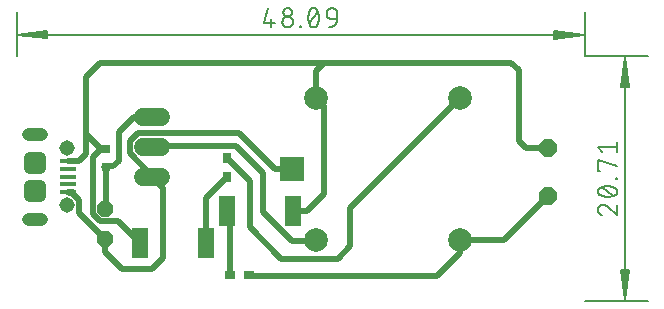
<source format=gbr>
G04 EAGLE Gerber RS-274X export*
G75*
%MOMM*%
%FSLAX34Y34*%
%LPD*%
%INTop Copper*%
%IPPOS*%
%AMOC8*
5,1,8,0,0,1.08239X$1,22.5*%
G01*
%ADD10C,0.130000*%
%ADD11C,0.152400*%
%ADD12P,1.649562X8X22.500000*%
%ADD13C,0.950000*%
%ADD14R,1.350000X0.400000*%
%ADD15C,1.066800*%
%ADD16C,1.308000*%
%ADD17P,1.429621X8X292.500000*%
%ADD18R,2.000000X2.000000*%
%ADD19C,2.000000*%
%ADD20C,1.524000*%
%ADD21R,0.900000X0.800000*%
%ADD22R,0.800000X0.900000*%
%ADD23R,0.800000X0.800000*%
%ADD24R,1.326100X2.650000*%
%ADD25C,0.508000*%


D10*
X520850Y476890D02*
X520866Y514421D01*
X39986Y514621D02*
X39970Y477090D01*
X40628Y495120D02*
X520208Y494921D01*
X494859Y498124D01*
X494856Y491739D01*
X520208Y494921D01*
X494858Y496231D01*
X494857Y493631D02*
X520208Y494921D01*
X494859Y497531D01*
X494856Y492331D02*
X520208Y494921D01*
X65979Y498302D02*
X40628Y495120D01*
X65979Y498302D02*
X65976Y491917D01*
X40628Y495120D01*
X65978Y496410D01*
X65977Y493810D02*
X40628Y495120D01*
X65979Y497710D01*
X65976Y492510D02*
X40628Y495120D01*
D11*
X249361Y505153D02*
X252974Y517797D01*
X249361Y505153D02*
X258392Y505153D01*
X255683Y508766D02*
X255683Y501541D01*
X264992Y506056D02*
X264994Y506189D01*
X265000Y506321D01*
X265010Y506453D01*
X265023Y506585D01*
X265041Y506717D01*
X265062Y506847D01*
X265087Y506978D01*
X265116Y507107D01*
X265149Y507235D01*
X265185Y507363D01*
X265225Y507489D01*
X265269Y507614D01*
X265317Y507738D01*
X265368Y507860D01*
X265423Y507981D01*
X265481Y508100D01*
X265543Y508218D01*
X265608Y508333D01*
X265677Y508447D01*
X265748Y508558D01*
X265824Y508667D01*
X265902Y508774D01*
X265983Y508879D01*
X266068Y508981D01*
X266155Y509081D01*
X266245Y509178D01*
X266338Y509273D01*
X266434Y509364D01*
X266532Y509453D01*
X266633Y509539D01*
X266737Y509622D01*
X266843Y509702D01*
X266951Y509778D01*
X267061Y509852D01*
X267174Y509922D01*
X267288Y509989D01*
X267405Y510052D01*
X267523Y510112D01*
X267643Y510169D01*
X267765Y510222D01*
X267888Y510271D01*
X268012Y510317D01*
X268138Y510359D01*
X268265Y510397D01*
X268393Y510432D01*
X268522Y510463D01*
X268651Y510490D01*
X268782Y510513D01*
X268913Y510533D01*
X269045Y510548D01*
X269177Y510560D01*
X269309Y510568D01*
X269442Y510572D01*
X269574Y510572D01*
X269707Y510568D01*
X269839Y510560D01*
X269971Y510548D01*
X270103Y510533D01*
X270234Y510513D01*
X270365Y510490D01*
X270494Y510463D01*
X270623Y510432D01*
X270751Y510397D01*
X270878Y510359D01*
X271004Y510317D01*
X271128Y510271D01*
X271251Y510222D01*
X271373Y510169D01*
X271493Y510112D01*
X271611Y510052D01*
X271728Y509989D01*
X271842Y509922D01*
X271955Y509852D01*
X272065Y509778D01*
X272173Y509702D01*
X272279Y509622D01*
X272383Y509539D01*
X272484Y509453D01*
X272582Y509364D01*
X272678Y509273D01*
X272771Y509178D01*
X272861Y509081D01*
X272948Y508981D01*
X273033Y508879D01*
X273114Y508774D01*
X273192Y508667D01*
X273268Y508558D01*
X273339Y508447D01*
X273408Y508333D01*
X273473Y508218D01*
X273535Y508100D01*
X273593Y507981D01*
X273648Y507860D01*
X273699Y507738D01*
X273747Y507614D01*
X273791Y507489D01*
X273831Y507363D01*
X273867Y507235D01*
X273900Y507107D01*
X273929Y506978D01*
X273954Y506847D01*
X273975Y506717D01*
X273993Y506585D01*
X274006Y506453D01*
X274016Y506321D01*
X274022Y506189D01*
X274024Y506056D01*
X274022Y505923D01*
X274016Y505791D01*
X274006Y505659D01*
X273993Y505527D01*
X273975Y505395D01*
X273954Y505265D01*
X273929Y505134D01*
X273900Y505005D01*
X273867Y504877D01*
X273831Y504749D01*
X273791Y504623D01*
X273747Y504498D01*
X273699Y504374D01*
X273648Y504252D01*
X273593Y504131D01*
X273535Y504012D01*
X273473Y503894D01*
X273408Y503779D01*
X273339Y503665D01*
X273268Y503554D01*
X273192Y503445D01*
X273114Y503338D01*
X273033Y503233D01*
X272948Y503131D01*
X272861Y503031D01*
X272771Y502934D01*
X272678Y502839D01*
X272582Y502748D01*
X272484Y502659D01*
X272383Y502573D01*
X272279Y502490D01*
X272173Y502410D01*
X272065Y502334D01*
X271955Y502260D01*
X271842Y502190D01*
X271728Y502123D01*
X271611Y502060D01*
X271493Y502000D01*
X271373Y501943D01*
X271251Y501890D01*
X271128Y501841D01*
X271004Y501795D01*
X270878Y501753D01*
X270751Y501715D01*
X270623Y501680D01*
X270494Y501649D01*
X270365Y501622D01*
X270234Y501599D01*
X270103Y501579D01*
X269971Y501564D01*
X269839Y501552D01*
X269707Y501544D01*
X269574Y501540D01*
X269442Y501540D01*
X269309Y501544D01*
X269177Y501552D01*
X269045Y501564D01*
X268913Y501579D01*
X268782Y501599D01*
X268651Y501622D01*
X268522Y501649D01*
X268393Y501680D01*
X268265Y501715D01*
X268138Y501753D01*
X268012Y501795D01*
X267888Y501841D01*
X267765Y501890D01*
X267643Y501943D01*
X267523Y502000D01*
X267405Y502060D01*
X267288Y502123D01*
X267174Y502190D01*
X267061Y502260D01*
X266951Y502334D01*
X266843Y502410D01*
X266737Y502490D01*
X266633Y502573D01*
X266532Y502659D01*
X266434Y502748D01*
X266338Y502839D01*
X266245Y502934D01*
X266155Y503031D01*
X266068Y503131D01*
X265983Y503233D01*
X265902Y503338D01*
X265824Y503445D01*
X265748Y503554D01*
X265677Y503665D01*
X265608Y503779D01*
X265543Y503894D01*
X265481Y504012D01*
X265423Y504131D01*
X265368Y504252D01*
X265317Y504374D01*
X265269Y504498D01*
X265225Y504623D01*
X265185Y504749D01*
X265149Y504877D01*
X265116Y505005D01*
X265087Y505134D01*
X265062Y505265D01*
X265041Y505395D01*
X265023Y505527D01*
X265010Y505659D01*
X265000Y505791D01*
X264994Y505923D01*
X264992Y506056D01*
X265896Y514184D02*
X265898Y514303D01*
X265904Y514423D01*
X265914Y514542D01*
X265928Y514660D01*
X265945Y514779D01*
X265967Y514896D01*
X265992Y515013D01*
X266022Y515128D01*
X266055Y515243D01*
X266092Y515357D01*
X266132Y515469D01*
X266177Y515580D01*
X266225Y515689D01*
X266276Y515797D01*
X266331Y515903D01*
X266390Y516007D01*
X266452Y516109D01*
X266517Y516209D01*
X266586Y516307D01*
X266658Y516403D01*
X266733Y516496D01*
X266810Y516586D01*
X266891Y516674D01*
X266975Y516759D01*
X267062Y516841D01*
X267151Y516921D01*
X267243Y516997D01*
X267337Y517071D01*
X267434Y517141D01*
X267532Y517208D01*
X267633Y517272D01*
X267737Y517332D01*
X267842Y517389D01*
X267949Y517442D01*
X268057Y517492D01*
X268167Y517538D01*
X268279Y517580D01*
X268392Y517619D01*
X268506Y517654D01*
X268621Y517685D01*
X268738Y517713D01*
X268855Y517736D01*
X268972Y517756D01*
X269091Y517772D01*
X269210Y517784D01*
X269329Y517792D01*
X269448Y517796D01*
X269568Y517796D01*
X269687Y517792D01*
X269806Y517784D01*
X269925Y517772D01*
X270044Y517756D01*
X270161Y517736D01*
X270278Y517713D01*
X270395Y517685D01*
X270510Y517654D01*
X270624Y517619D01*
X270737Y517580D01*
X270849Y517538D01*
X270959Y517492D01*
X271067Y517442D01*
X271174Y517389D01*
X271279Y517332D01*
X271383Y517272D01*
X271484Y517208D01*
X271582Y517141D01*
X271679Y517071D01*
X271773Y516997D01*
X271865Y516921D01*
X271954Y516841D01*
X272041Y516759D01*
X272125Y516674D01*
X272206Y516586D01*
X272283Y516496D01*
X272358Y516403D01*
X272430Y516307D01*
X272499Y516209D01*
X272564Y516109D01*
X272626Y516007D01*
X272685Y515903D01*
X272740Y515797D01*
X272791Y515689D01*
X272839Y515580D01*
X272884Y515469D01*
X272924Y515357D01*
X272961Y515243D01*
X272994Y515128D01*
X273024Y515013D01*
X273049Y514896D01*
X273071Y514779D01*
X273088Y514660D01*
X273102Y514542D01*
X273112Y514423D01*
X273118Y514303D01*
X273120Y514184D01*
X273118Y514065D01*
X273112Y513945D01*
X273102Y513826D01*
X273088Y513708D01*
X273071Y513589D01*
X273049Y513472D01*
X273024Y513355D01*
X272994Y513240D01*
X272961Y513125D01*
X272924Y513011D01*
X272884Y512899D01*
X272839Y512788D01*
X272791Y512679D01*
X272740Y512571D01*
X272685Y512465D01*
X272626Y512361D01*
X272564Y512259D01*
X272499Y512159D01*
X272430Y512061D01*
X272358Y511965D01*
X272283Y511872D01*
X272206Y511782D01*
X272125Y511694D01*
X272041Y511609D01*
X271954Y511527D01*
X271865Y511447D01*
X271773Y511371D01*
X271679Y511297D01*
X271582Y511227D01*
X271484Y511160D01*
X271383Y511096D01*
X271279Y511036D01*
X271174Y510979D01*
X271067Y510926D01*
X270959Y510876D01*
X270849Y510830D01*
X270737Y510788D01*
X270624Y510749D01*
X270510Y510714D01*
X270395Y510683D01*
X270278Y510655D01*
X270161Y510632D01*
X270044Y510612D01*
X269925Y510596D01*
X269806Y510584D01*
X269687Y510576D01*
X269568Y510572D01*
X269448Y510572D01*
X269329Y510576D01*
X269210Y510584D01*
X269091Y510596D01*
X268972Y510612D01*
X268855Y510632D01*
X268738Y510655D01*
X268621Y510683D01*
X268506Y510714D01*
X268392Y510749D01*
X268279Y510788D01*
X268167Y510830D01*
X268057Y510876D01*
X267949Y510926D01*
X267842Y510979D01*
X267737Y511036D01*
X267633Y511096D01*
X267532Y511160D01*
X267434Y511227D01*
X267337Y511297D01*
X267243Y511371D01*
X267151Y511447D01*
X267062Y511527D01*
X266975Y511609D01*
X266891Y511694D01*
X266810Y511782D01*
X266733Y511872D01*
X266658Y511965D01*
X266586Y512061D01*
X266517Y512159D01*
X266452Y512259D01*
X266390Y512361D01*
X266331Y512465D01*
X266276Y512571D01*
X266225Y512679D01*
X266177Y512788D01*
X266132Y512899D01*
X266092Y513011D01*
X266055Y513125D01*
X266022Y513240D01*
X265992Y513355D01*
X265967Y513472D01*
X265945Y513589D01*
X265928Y513708D01*
X265914Y513826D01*
X265904Y513945D01*
X265898Y514065D01*
X265896Y514184D01*
X279998Y502444D02*
X279998Y501541D01*
X279998Y502444D02*
X280901Y502444D01*
X280901Y501541D01*
X279998Y501541D01*
X286876Y509669D02*
X286880Y509989D01*
X286891Y510308D01*
X286910Y510628D01*
X286937Y510946D01*
X286971Y511264D01*
X287013Y511581D01*
X287063Y511897D01*
X287120Y512212D01*
X287184Y512525D01*
X287256Y512837D01*
X287335Y513147D01*
X287422Y513454D01*
X287516Y513760D01*
X287617Y514063D01*
X287726Y514364D01*
X287841Y514662D01*
X287964Y514958D01*
X288094Y515250D01*
X288231Y515539D01*
X288270Y515647D01*
X288313Y515754D01*
X288359Y515859D01*
X288410Y515963D01*
X288463Y516065D01*
X288520Y516165D01*
X288581Y516263D01*
X288645Y516358D01*
X288712Y516452D01*
X288783Y516543D01*
X288856Y516632D01*
X288933Y516718D01*
X289012Y516801D01*
X289094Y516882D01*
X289179Y516960D01*
X289267Y517034D01*
X289357Y517106D01*
X289449Y517174D01*
X289544Y517240D01*
X289641Y517302D01*
X289740Y517360D01*
X289842Y517416D01*
X289944Y517467D01*
X290049Y517515D01*
X290155Y517560D01*
X290263Y517601D01*
X290372Y517638D01*
X290482Y517671D01*
X290594Y517700D01*
X290706Y517726D01*
X290819Y517748D01*
X290933Y517765D01*
X291047Y517779D01*
X291162Y517789D01*
X291277Y517795D01*
X291392Y517797D01*
X291507Y517795D01*
X291622Y517789D01*
X291737Y517779D01*
X291851Y517765D01*
X291965Y517748D01*
X292078Y517726D01*
X292190Y517700D01*
X292302Y517671D01*
X292412Y517638D01*
X292521Y517601D01*
X292629Y517560D01*
X292735Y517515D01*
X292840Y517467D01*
X292942Y517416D01*
X293043Y517360D01*
X293143Y517302D01*
X293240Y517240D01*
X293334Y517175D01*
X293427Y517106D01*
X293517Y517034D01*
X293605Y516960D01*
X293690Y516882D01*
X293772Y516801D01*
X293851Y516718D01*
X293928Y516632D01*
X294001Y516543D01*
X294072Y516452D01*
X294139Y516358D01*
X294203Y516263D01*
X294264Y516165D01*
X294321Y516065D01*
X294374Y515963D01*
X294425Y515859D01*
X294471Y515754D01*
X294514Y515647D01*
X294553Y515539D01*
X294552Y515539D02*
X294689Y515250D01*
X294819Y514958D01*
X294942Y514662D01*
X295057Y514364D01*
X295166Y514063D01*
X295267Y513760D01*
X295361Y513454D01*
X295448Y513147D01*
X295527Y512837D01*
X295599Y512525D01*
X295663Y512212D01*
X295720Y511897D01*
X295770Y511581D01*
X295812Y511264D01*
X295846Y510946D01*
X295873Y510628D01*
X295892Y510308D01*
X295903Y509989D01*
X295907Y509669D01*
X286876Y509669D02*
X286880Y509349D01*
X286891Y509030D01*
X286910Y508710D01*
X286937Y508392D01*
X286971Y508074D01*
X287013Y507757D01*
X287063Y507441D01*
X287120Y507126D01*
X287184Y506813D01*
X287256Y506501D01*
X287335Y506191D01*
X287422Y505884D01*
X287516Y505578D01*
X287617Y505275D01*
X287726Y504974D01*
X287841Y504676D01*
X287964Y504380D01*
X288094Y504088D01*
X288231Y503799D01*
X288231Y503798D02*
X288270Y503690D01*
X288313Y503583D01*
X288359Y503478D01*
X288410Y503374D01*
X288463Y503272D01*
X288520Y503172D01*
X288581Y503074D01*
X288645Y502979D01*
X288712Y502885D01*
X288783Y502794D01*
X288856Y502705D01*
X288933Y502619D01*
X289012Y502536D01*
X289094Y502455D01*
X289179Y502377D01*
X289267Y502303D01*
X289357Y502231D01*
X289450Y502162D01*
X289544Y502097D01*
X289641Y502035D01*
X289741Y501977D01*
X289842Y501921D01*
X289944Y501870D01*
X290049Y501822D01*
X290155Y501777D01*
X290263Y501736D01*
X290372Y501699D01*
X290482Y501666D01*
X290594Y501637D01*
X290706Y501611D01*
X290819Y501589D01*
X290933Y501572D01*
X291047Y501558D01*
X291162Y501548D01*
X291277Y501542D01*
X291392Y501540D01*
X294552Y503799D02*
X294689Y504088D01*
X294819Y504380D01*
X294942Y504676D01*
X295057Y504974D01*
X295166Y505275D01*
X295267Y505578D01*
X295361Y505884D01*
X295448Y506191D01*
X295527Y506501D01*
X295599Y506813D01*
X295663Y507126D01*
X295720Y507441D01*
X295770Y507757D01*
X295812Y508074D01*
X295846Y508392D01*
X295873Y508710D01*
X295892Y509030D01*
X295903Y509349D01*
X295907Y509669D01*
X294553Y503798D02*
X294514Y503690D01*
X294471Y503583D01*
X294425Y503478D01*
X294374Y503374D01*
X294321Y503272D01*
X294264Y503172D01*
X294203Y503074D01*
X294139Y502979D01*
X294072Y502885D01*
X294001Y502794D01*
X293928Y502705D01*
X293851Y502619D01*
X293772Y502536D01*
X293690Y502455D01*
X293605Y502377D01*
X293517Y502303D01*
X293427Y502231D01*
X293334Y502162D01*
X293240Y502097D01*
X293143Y502035D01*
X293043Y501977D01*
X292942Y501921D01*
X292839Y501870D01*
X292735Y501822D01*
X292629Y501777D01*
X292521Y501736D01*
X292412Y501699D01*
X292302Y501666D01*
X292190Y501637D01*
X292078Y501611D01*
X291965Y501589D01*
X291851Y501572D01*
X291737Y501558D01*
X291622Y501548D01*
X291507Y501542D01*
X291392Y501540D01*
X287779Y505153D02*
X295004Y514184D01*
X306120Y508766D02*
X311538Y508766D01*
X306120Y508766D02*
X306002Y508768D01*
X305884Y508774D01*
X305766Y508783D01*
X305649Y508797D01*
X305532Y508814D01*
X305415Y508835D01*
X305300Y508860D01*
X305185Y508889D01*
X305071Y508922D01*
X304959Y508958D01*
X304848Y508998D01*
X304738Y509041D01*
X304629Y509088D01*
X304522Y509138D01*
X304417Y509193D01*
X304314Y509250D01*
X304213Y509311D01*
X304113Y509375D01*
X304016Y509442D01*
X303921Y509512D01*
X303829Y509586D01*
X303738Y509662D01*
X303651Y509742D01*
X303566Y509824D01*
X303484Y509909D01*
X303404Y509996D01*
X303328Y510087D01*
X303254Y510179D01*
X303184Y510274D01*
X303117Y510371D01*
X303053Y510471D01*
X302992Y510572D01*
X302935Y510675D01*
X302880Y510780D01*
X302830Y510887D01*
X302783Y510996D01*
X302740Y511106D01*
X302700Y511217D01*
X302664Y511329D01*
X302631Y511443D01*
X302602Y511558D01*
X302577Y511673D01*
X302556Y511790D01*
X302539Y511907D01*
X302525Y512024D01*
X302516Y512142D01*
X302510Y512260D01*
X302508Y512378D01*
X302507Y512378D02*
X302507Y513281D01*
X302509Y513414D01*
X302515Y513546D01*
X302525Y513678D01*
X302538Y513810D01*
X302556Y513942D01*
X302577Y514072D01*
X302602Y514203D01*
X302631Y514332D01*
X302664Y514460D01*
X302700Y514588D01*
X302740Y514714D01*
X302784Y514839D01*
X302832Y514963D01*
X302883Y515085D01*
X302938Y515206D01*
X302996Y515325D01*
X303058Y515443D01*
X303123Y515558D01*
X303192Y515672D01*
X303263Y515783D01*
X303339Y515892D01*
X303417Y515999D01*
X303498Y516104D01*
X303583Y516206D01*
X303670Y516306D01*
X303760Y516403D01*
X303853Y516498D01*
X303949Y516589D01*
X304047Y516678D01*
X304148Y516764D01*
X304252Y516847D01*
X304358Y516927D01*
X304466Y517003D01*
X304576Y517077D01*
X304689Y517147D01*
X304803Y517214D01*
X304920Y517277D01*
X305038Y517337D01*
X305158Y517394D01*
X305280Y517447D01*
X305403Y517496D01*
X305527Y517542D01*
X305653Y517584D01*
X305780Y517622D01*
X305908Y517657D01*
X306037Y517688D01*
X306166Y517715D01*
X306297Y517738D01*
X306428Y517758D01*
X306560Y517773D01*
X306692Y517785D01*
X306824Y517793D01*
X306957Y517797D01*
X307089Y517797D01*
X307222Y517793D01*
X307354Y517785D01*
X307486Y517773D01*
X307618Y517758D01*
X307749Y517738D01*
X307880Y517715D01*
X308009Y517688D01*
X308138Y517657D01*
X308266Y517622D01*
X308393Y517584D01*
X308519Y517542D01*
X308643Y517496D01*
X308766Y517447D01*
X308888Y517394D01*
X309008Y517337D01*
X309126Y517277D01*
X309243Y517214D01*
X309357Y517147D01*
X309470Y517077D01*
X309580Y517003D01*
X309688Y516927D01*
X309794Y516847D01*
X309898Y516764D01*
X309999Y516678D01*
X310097Y516589D01*
X310193Y516498D01*
X310286Y516403D01*
X310376Y516306D01*
X310463Y516206D01*
X310548Y516104D01*
X310629Y515999D01*
X310707Y515892D01*
X310783Y515783D01*
X310854Y515672D01*
X310923Y515558D01*
X310988Y515443D01*
X311050Y515325D01*
X311108Y515206D01*
X311163Y515085D01*
X311214Y514963D01*
X311262Y514839D01*
X311306Y514714D01*
X311346Y514588D01*
X311382Y514460D01*
X311415Y514332D01*
X311444Y514203D01*
X311469Y514072D01*
X311490Y513942D01*
X311508Y513810D01*
X311521Y513678D01*
X311531Y513546D01*
X311537Y513414D01*
X311539Y513281D01*
X311538Y513281D02*
X311538Y508766D01*
X311539Y508766D02*
X311537Y508591D01*
X311531Y508417D01*
X311520Y508243D01*
X311505Y508069D01*
X311486Y507895D01*
X311463Y507722D01*
X311436Y507550D01*
X311404Y507378D01*
X311369Y507207D01*
X311329Y507037D01*
X311285Y506868D01*
X311237Y506700D01*
X311185Y506533D01*
X311129Y506368D01*
X311069Y506204D01*
X311006Y506041D01*
X310938Y505881D01*
X310866Y505721D01*
X310791Y505564D01*
X310711Y505408D01*
X310628Y505255D01*
X310542Y505103D01*
X310451Y504954D01*
X310357Y504807D01*
X310260Y504662D01*
X310159Y504519D01*
X310055Y504379D01*
X309947Y504242D01*
X309836Y504107D01*
X309722Y503975D01*
X309605Y503846D01*
X309484Y503719D01*
X309361Y503596D01*
X309234Y503475D01*
X309105Y503358D01*
X308973Y503244D01*
X308838Y503133D01*
X308701Y503025D01*
X308561Y502921D01*
X308418Y502820D01*
X308273Y502723D01*
X308126Y502629D01*
X307977Y502538D01*
X307825Y502452D01*
X307672Y502369D01*
X307516Y502289D01*
X307359Y502214D01*
X307199Y502142D01*
X307039Y502074D01*
X306876Y502011D01*
X306712Y501951D01*
X306547Y501895D01*
X306380Y501843D01*
X306212Y501795D01*
X306043Y501751D01*
X305873Y501711D01*
X305702Y501676D01*
X305530Y501644D01*
X305358Y501617D01*
X305185Y501594D01*
X305011Y501575D01*
X304837Y501560D01*
X304663Y501549D01*
X304489Y501543D01*
X304314Y501541D01*
D10*
X520850Y269770D02*
X574500Y269770D01*
X574500Y476890D02*
X520850Y476890D01*
X555000Y476240D02*
X555000Y270420D01*
X551808Y295770D01*
X558192Y295770D01*
X555000Y270420D01*
X553700Y295770D01*
X556300Y295770D02*
X555000Y270420D01*
X552400Y295770D01*
X557600Y295770D02*
X555000Y270420D01*
X551808Y450890D02*
X555000Y476240D01*
X551808Y450890D02*
X558192Y450890D01*
X555000Y476240D01*
X553700Y450890D01*
X556300Y450890D02*
X555000Y476240D01*
X552400Y450890D01*
X557600Y450890D02*
X555000Y476240D01*
D11*
X536301Y351302D02*
X536176Y351300D01*
X536051Y351294D01*
X535926Y351285D01*
X535802Y351271D01*
X535678Y351254D01*
X535554Y351233D01*
X535432Y351208D01*
X535310Y351179D01*
X535189Y351147D01*
X535069Y351111D01*
X534950Y351071D01*
X534833Y351028D01*
X534717Y350981D01*
X534602Y350930D01*
X534490Y350876D01*
X534378Y350818D01*
X534269Y350758D01*
X534162Y350693D01*
X534056Y350626D01*
X533953Y350555D01*
X533852Y350481D01*
X533753Y350404D01*
X533657Y350324D01*
X533563Y350241D01*
X533472Y350156D01*
X533383Y350067D01*
X533298Y349976D01*
X533215Y349882D01*
X533135Y349786D01*
X533058Y349687D01*
X532984Y349586D01*
X532913Y349483D01*
X532846Y349377D01*
X532781Y349270D01*
X532721Y349161D01*
X532663Y349049D01*
X532609Y348937D01*
X532558Y348822D01*
X532511Y348706D01*
X532468Y348589D01*
X532428Y348470D01*
X532392Y348350D01*
X532360Y348229D01*
X532331Y348107D01*
X532306Y347985D01*
X532285Y347861D01*
X532268Y347737D01*
X532254Y347613D01*
X532245Y347488D01*
X532239Y347363D01*
X532237Y347238D01*
X532239Y347095D01*
X532245Y346953D01*
X532255Y346810D01*
X532268Y346668D01*
X532286Y346527D01*
X532307Y346385D01*
X532332Y346245D01*
X532361Y346105D01*
X532394Y345966D01*
X532431Y345828D01*
X532471Y345691D01*
X532515Y345556D01*
X532563Y345421D01*
X532615Y345288D01*
X532670Y345156D01*
X532729Y345026D01*
X532791Y344898D01*
X532857Y344771D01*
X532926Y344646D01*
X532998Y344523D01*
X533074Y344402D01*
X533153Y344284D01*
X533236Y344167D01*
X533321Y344053D01*
X533410Y343941D01*
X533501Y343832D01*
X533596Y343725D01*
X533693Y343620D01*
X533794Y343519D01*
X533897Y343420D01*
X534002Y343324D01*
X534111Y343231D01*
X534222Y343141D01*
X534335Y343054D01*
X534450Y342970D01*
X534568Y342890D01*
X534688Y342812D01*
X534810Y342738D01*
X534934Y342668D01*
X535060Y342600D01*
X535188Y342537D01*
X535317Y342476D01*
X535448Y342419D01*
X535580Y342366D01*
X535714Y342317D01*
X535849Y342271D01*
X539462Y349947D02*
X539370Y350041D01*
X539276Y350131D01*
X539179Y350219D01*
X539079Y350304D01*
X538977Y350386D01*
X538872Y350464D01*
X538765Y350540D01*
X538656Y350612D01*
X538545Y350681D01*
X538431Y350747D01*
X538316Y350809D01*
X538199Y350868D01*
X538080Y350923D01*
X537960Y350974D01*
X537838Y351022D01*
X537715Y351067D01*
X537591Y351107D01*
X537465Y351144D01*
X537338Y351177D01*
X537211Y351206D01*
X537082Y351232D01*
X536953Y351253D01*
X536823Y351271D01*
X536693Y351284D01*
X536563Y351294D01*
X536432Y351300D01*
X536301Y351302D01*
X539462Y349948D02*
X548493Y342271D01*
X548493Y351302D01*
X540365Y357903D02*
X540045Y357907D01*
X539726Y357918D01*
X539406Y357937D01*
X539088Y357964D01*
X538770Y357998D01*
X538453Y358040D01*
X538137Y358090D01*
X537822Y358147D01*
X537509Y358211D01*
X537197Y358283D01*
X536887Y358362D01*
X536580Y358449D01*
X536274Y358543D01*
X535971Y358644D01*
X535670Y358753D01*
X535372Y358868D01*
X535076Y358991D01*
X534784Y359121D01*
X534495Y359258D01*
X534494Y359258D02*
X534386Y359297D01*
X534279Y359340D01*
X534174Y359386D01*
X534071Y359436D01*
X533969Y359490D01*
X533869Y359547D01*
X533771Y359608D01*
X533675Y359672D01*
X533582Y359739D01*
X533491Y359809D01*
X533402Y359883D01*
X533316Y359959D01*
X533233Y360039D01*
X533152Y360121D01*
X533074Y360206D01*
X533000Y360293D01*
X532928Y360384D01*
X532859Y360476D01*
X532794Y360571D01*
X532732Y360668D01*
X532673Y360767D01*
X532618Y360868D01*
X532567Y360971D01*
X532519Y361076D01*
X532474Y361182D01*
X532433Y361289D01*
X532396Y361398D01*
X532363Y361509D01*
X532334Y361620D01*
X532308Y361732D01*
X532286Y361845D01*
X532269Y361959D01*
X532255Y362073D01*
X532245Y362188D01*
X532239Y362303D01*
X532237Y362418D01*
X532239Y362533D01*
X532245Y362648D01*
X532255Y362763D01*
X532269Y362877D01*
X532286Y362991D01*
X532308Y363104D01*
X532334Y363216D01*
X532363Y363328D01*
X532396Y363438D01*
X532433Y363547D01*
X532474Y363655D01*
X532519Y363761D01*
X532567Y363866D01*
X532618Y363968D01*
X532674Y364070D01*
X532732Y364169D01*
X532794Y364266D01*
X532860Y364361D01*
X532928Y364453D01*
X533000Y364543D01*
X533074Y364631D01*
X533152Y364716D01*
X533233Y364798D01*
X533316Y364877D01*
X533402Y364954D01*
X533491Y365027D01*
X533582Y365098D01*
X533676Y365165D01*
X533771Y365229D01*
X533869Y365290D01*
X533969Y365347D01*
X534071Y365400D01*
X534175Y365451D01*
X534280Y365497D01*
X534387Y365540D01*
X534495Y365579D01*
X534495Y365578D02*
X534784Y365715D01*
X535076Y365845D01*
X535372Y365968D01*
X535670Y366083D01*
X535971Y366192D01*
X536274Y366293D01*
X536580Y366387D01*
X536887Y366474D01*
X537197Y366553D01*
X537509Y366625D01*
X537822Y366689D01*
X538137Y366746D01*
X538453Y366796D01*
X538770Y366838D01*
X539088Y366872D01*
X539406Y366899D01*
X539726Y366918D01*
X540045Y366929D01*
X540365Y366933D01*
X540365Y357903D02*
X540685Y357907D01*
X541004Y357918D01*
X541324Y357937D01*
X541642Y357964D01*
X541960Y357998D01*
X542277Y358040D01*
X542593Y358090D01*
X542908Y358147D01*
X543221Y358211D01*
X543533Y358283D01*
X543843Y358362D01*
X544150Y358449D01*
X544456Y358543D01*
X544759Y358644D01*
X545060Y358753D01*
X545358Y358868D01*
X545654Y358991D01*
X545946Y359121D01*
X546235Y359258D01*
X546236Y359257D02*
X546344Y359296D01*
X546451Y359339D01*
X546556Y359385D01*
X546660Y359436D01*
X546762Y359489D01*
X546862Y359546D01*
X546960Y359607D01*
X547055Y359671D01*
X547149Y359738D01*
X547240Y359809D01*
X547329Y359882D01*
X547415Y359959D01*
X547498Y360038D01*
X547579Y360120D01*
X547657Y360205D01*
X547731Y360293D01*
X547803Y360383D01*
X547872Y360476D01*
X547937Y360570D01*
X547999Y360667D01*
X548057Y360767D01*
X548113Y360868D01*
X548164Y360970D01*
X548212Y361075D01*
X548257Y361181D01*
X548298Y361289D01*
X548335Y361398D01*
X548368Y361508D01*
X548397Y361620D01*
X548423Y361732D01*
X548445Y361845D01*
X548462Y361959D01*
X548476Y362073D01*
X548486Y362188D01*
X548492Y362303D01*
X548494Y362418D01*
X546235Y365578D02*
X545946Y365715D01*
X545654Y365845D01*
X545358Y365968D01*
X545060Y366083D01*
X544759Y366192D01*
X544456Y366293D01*
X544150Y366387D01*
X543843Y366474D01*
X543533Y366553D01*
X543221Y366625D01*
X542908Y366689D01*
X542593Y366746D01*
X542277Y366796D01*
X541960Y366838D01*
X541642Y366872D01*
X541324Y366899D01*
X541004Y366918D01*
X540685Y366929D01*
X540365Y366933D01*
X546235Y365579D02*
X546343Y365540D01*
X546450Y365497D01*
X546555Y365451D01*
X546659Y365400D01*
X546761Y365347D01*
X546861Y365290D01*
X546959Y365229D01*
X547054Y365165D01*
X547148Y365098D01*
X547239Y365027D01*
X547328Y364954D01*
X547414Y364877D01*
X547497Y364798D01*
X547578Y364716D01*
X547656Y364631D01*
X547730Y364543D01*
X547802Y364453D01*
X547871Y364360D01*
X547936Y364266D01*
X547998Y364169D01*
X548056Y364069D01*
X548112Y363968D01*
X548163Y363865D01*
X548211Y363761D01*
X548256Y363655D01*
X548297Y363547D01*
X548334Y363438D01*
X548367Y363328D01*
X548396Y363216D01*
X548422Y363104D01*
X548444Y362991D01*
X548461Y362877D01*
X548475Y362763D01*
X548485Y362648D01*
X548491Y362533D01*
X548493Y362418D01*
X544881Y358806D02*
X535849Y366031D01*
X547590Y372908D02*
X548493Y372908D01*
X547590Y372908D02*
X547590Y373811D01*
X548493Y373811D01*
X548493Y372908D01*
X534043Y379786D02*
X532237Y379786D01*
X532237Y388817D01*
X548493Y384302D01*
X535849Y395417D02*
X532237Y399933D01*
X548493Y399933D01*
X548493Y395417D02*
X548493Y404449D01*
D12*
X490200Y398800D03*
X490200Y358800D03*
D13*
X59750Y382250D02*
X50250Y382250D01*
X50250Y391750D01*
X59750Y391750D01*
X59750Y382250D01*
X59750Y391275D02*
X50250Y391275D01*
X50250Y358250D02*
X59750Y358250D01*
X50250Y358250D02*
X50250Y367750D01*
X59750Y367750D01*
X59750Y358250D01*
X59750Y367275D02*
X50250Y367275D01*
D14*
X83750Y381500D03*
X83750Y388000D03*
X83750Y375000D03*
X83750Y368500D03*
X83750Y362000D03*
D15*
X60588Y411250D02*
X49412Y411250D01*
X49412Y338750D02*
X60588Y338750D01*
D16*
X82300Y399250D03*
X82300Y350750D03*
D17*
X115000Y347700D03*
X115000Y322300D03*
D18*
X273500Y381200D03*
D19*
X415500Y441200D03*
X415500Y321200D03*
X293500Y441200D03*
X293500Y321200D03*
D20*
X162620Y425400D02*
X147380Y425400D01*
X147380Y400000D02*
X162620Y400000D01*
X162620Y374600D02*
X147380Y374600D01*
D21*
X220462Y291500D03*
X236338Y291500D03*
D22*
X217800Y374962D03*
X217800Y390838D03*
D23*
X115500Y383080D03*
X115500Y398320D03*
D24*
X217754Y345600D03*
X273646Y345600D03*
X199946Y318500D03*
X144054Y318500D03*
D25*
X88000Y362000D02*
X83750Y362000D01*
X84396Y361354D01*
X86692Y361354D01*
X88000Y360046D02*
X92904Y355142D01*
X88000Y360046D02*
X88000Y362000D01*
X92904Y344396D02*
X115000Y322300D01*
X92904Y344396D02*
X92904Y355142D01*
X128840Y297086D02*
X154768Y297086D01*
X115000Y310926D02*
X115000Y322300D01*
X115000Y310926D02*
X128840Y297086D01*
X154768Y297086D02*
X164100Y306418D01*
X164100Y365500D01*
X155000Y374600D01*
X135696Y395160D02*
X135696Y404840D01*
X142540Y411684D01*
X258625Y381200D02*
X273500Y381200D01*
X228141Y411684D02*
X142540Y411684D01*
X228141Y411684D02*
X258625Y381200D01*
X155000Y375856D02*
X155000Y374600D01*
X155000Y375856D02*
X135696Y395160D01*
X83950Y387800D02*
X83750Y388000D01*
X490200Y398800D02*
X490200Y399800D01*
X92700Y388000D02*
X83750Y388000D01*
X92700Y388000D02*
X98600Y393900D01*
X98600Y459400D02*
X110400Y471200D01*
X300000Y471200D01*
X458800Y471200D01*
X465000Y465000D01*
X465000Y405000D01*
X98600Y411400D02*
X98600Y393900D01*
X98600Y411400D02*
X98600Y459400D01*
X471200Y398800D02*
X490200Y398800D01*
X471200Y398800D02*
X465000Y405000D01*
X293500Y441200D02*
X293500Y464700D01*
X300000Y471200D01*
X115500Y398320D02*
X111680Y398320D01*
X98600Y411400D01*
X104332Y343281D02*
X110581Y337032D01*
X111493Y398320D02*
X115500Y398320D01*
X111493Y398320D02*
X104332Y391159D01*
X104332Y343281D01*
X125522Y337032D02*
X144054Y318500D01*
X125522Y337032D02*
X110581Y337032D01*
X273646Y345600D02*
X285600Y345600D01*
X300000Y360000D01*
X300000Y434700D01*
X293500Y441200D01*
X115500Y383080D02*
X115500Y348200D01*
X115000Y347700D01*
X115000Y383680D02*
X122000Y383680D01*
X115500Y383080D02*
X115400Y382980D01*
X114300Y382980D01*
X115000Y383680D01*
X122000Y383680D02*
X126396Y388076D01*
X126396Y412540D01*
X139256Y425400D02*
X155000Y425400D01*
X139256Y425400D02*
X126396Y412540D01*
X236338Y291500D02*
X237238Y290600D01*
X395600Y290600D01*
X415500Y310500D01*
X415500Y321200D01*
X452600Y321200D02*
X490200Y358800D01*
X452600Y321200D02*
X415500Y321200D01*
X220462Y342892D02*
X220462Y291500D01*
X220462Y342892D02*
X217754Y345600D01*
X199946Y357108D02*
X199946Y318500D01*
X199946Y357108D02*
X217800Y374962D01*
X311926Y305436D02*
X322564Y316075D01*
X237348Y371291D02*
X217800Y390838D01*
X237348Y371291D02*
X237348Y331931D01*
X263843Y305436D01*
X311926Y305436D01*
X322564Y316075D02*
X322564Y348264D01*
X415500Y441200D01*
X273032Y320586D02*
X248252Y345367D01*
X292886Y320586D02*
X293500Y321200D01*
X292886Y320586D02*
X273032Y320586D01*
X226085Y400600D02*
X155600Y400600D01*
X155000Y400000D01*
X226085Y400600D02*
X248252Y378434D01*
X248252Y345367D01*
M02*

</source>
